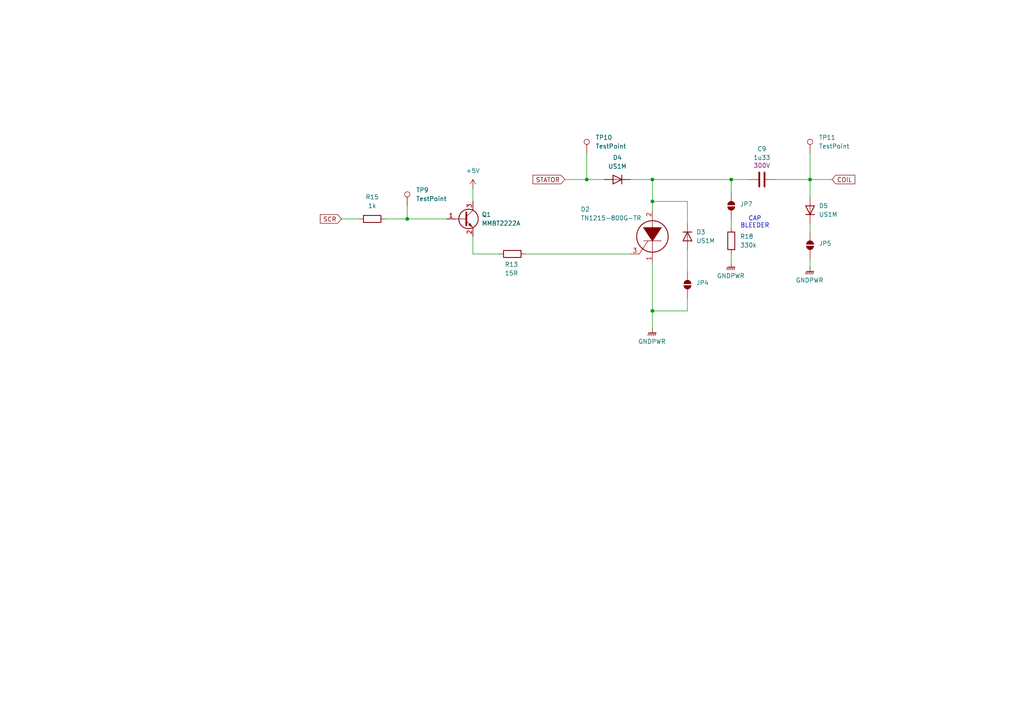
<source format=kicad_sch>
(kicad_sch (version 20250114) (generator "eeschema") (generator_version "9.0")
  (paper "A4")
  (lib_symbols
    (symbol "Connector:TestPoint" (pin_numbers (hide yes)) (pin_names (offset 0.762) (hide yes))
      (property "Reference" "TP" (at 0 6.858 0))
      (property "Value" "TestPoint" (at 0 5.08 0))
      (symbol "TestPoint_0_1"
        (circle (center 0 3.302) (radius 0.762))
      )
      (symbol "TestPoint_1_1"
        (pin passive line (at 0 0 90) (length 2.54) (name "1") (number "1"))
      )
    )
    (symbol "Device:C" (pin_numbers (hide yes)) (pin_names (offset 0.254))
      (property "Reference" "C" (at 0.635 2.54 0))
      (property "Value" "C" (at 0.635 -2.54 0))
      (symbol "C_0_1"
        (polyline (pts (xy -2.032 0.762) (xy 2.032 0.762)) (stroke (width 0.508)))
        (polyline (pts (xy -2.032 -0.762) (xy 2.032 -0.762)) (stroke (width 0.508)))
      )
      (symbol "C_1_1"
        (pin passive line (at 0 3.81 270) (length 2.794) (name "~") (number "1"))
        (pin passive line (at 0 -3.81 90) (length 2.794) (name "~") (number "2"))
      )
    )
    (symbol "Device:R" (pin_numbers (hide yes)) (pin_names (offset 0))
      (property "Reference" "R" (at 2.032 0 90))
      (property "Value" "R" (at 0 0 90))
      (symbol "R_0_1"
        (rectangle (start -1.016 -2.54) (end 1.016 2.54) (stroke (width 0.254)))
      )
      (symbol "R_1_1"
        (pin passive line (at 0 3.81 270) (length 1.27) (name "~") (number "1"))
        (pin passive line (at 0 -3.81 90) (length 1.27) (name "~") (number "2"))
      )
    )
    (symbol "Diode:US1M" (pin_numbers (hide yes)) (pin_names (hide yes))
      (property "Reference" "D" (at 0 2.54 0))
      (property "Value" "US1M" (at 0 -2.54 0))
      (symbol "US1M_0_1"
        (polyline (pts (xy -1.27 1.27) (xy -1.27 -1.27)) (stroke (width 0.254)))
        (polyline (pts (xy 1.27 1.27) (xy 1.27 -1.27) (xy -1.27 0) (xy 1.27 1.27)) (stroke (width 0.254)))
        (polyline (pts (xy 1.27 0) (xy -1.27 0)))
      )
      (symbol "US1M_1_1"
        (pin passive line (at -3.81 0 0) (length 2.54) (name "K") (number "1"))
        (pin passive line (at 3.81 0 180) (length 2.54) (name "A") (number "2"))
      )
    )
    (symbol "Jumper:SolderJumper_2_Open" (pin_numbers (hide yes)) (pin_names (offset 0) (hide yes)) (in_bom no)
      (property "Reference" "JP" (at 0 2.032 0))
      (property "Value" "SolderJumper_2_Open" (at 0 -2.54 0))
      (symbol "SolderJumper_2_Open_0_1"
        (polyline (pts (xy -0.254 1.016) (xy -0.254 -1.016)))
        (arc (start -0.254 -1.016) (mid -1.2656 0) (end -0.254 1.016))
        (arc (start -0.254 -1.016) (mid -1.2656 0) (end -0.254 1.016) (fill (type outline)))
        (arc (start 0.254 1.016) (mid 1.2656 0) (end 0.254 -1.016))
        (arc (start 0.254 1.016) (mid 1.2656 0) (end 0.254 -1.016) (fill (type outline)))
        (polyline (pts (xy 0.254 1.016) (xy 0.254 -1.016)))
      )
      (symbol "SolderJumper_2_Open_1_1"
        (pin passive line (at -3.81 0 0) (length 2.54) (name "A") (number "1"))
        (pin passive line (at 3.81 0 180) (length 2.54) (name "B") (number "2"))
      )
    )
    (symbol "SamacSys_Parts:TN1215-800G-TR" (pin_names (offset 0.762))
      (property "Reference" "D" (at 13.97 -2.54 0))
      (property "Value" "TN1215-800G-TR" (at 13.97 -5.08 0))
      (symbol "TN1215-800G-TR_0_0"
        (pin passive line (at 0 0 0) (length 2.54) (name "~") (number "2"))
        (pin passive line (at 12.7 -6.35 90) (length 2.54) (name "~") (number "3"))
        (pin passive line (at 15.24 0 180) (length 2.54) (name "~") (number "1"))
      )
      (symbol "TN1215-800G-TR_0_1"
        (polyline (pts (xy 2.54 0) (xy 5.08 0)) (stroke (width 0.1524)))
        (circle (center 7.62 0) (radius 4.572) (stroke (width 0.254)))
        (polyline (pts (xy 8.89 0) (xy 12.7 0)) (stroke (width 0.1524)))
        (polyline (pts (xy 8.89 0) (xy 5.08 2.54) (xy 5.08 -2.54) (xy 8.89 0)) (stroke (width 0.254)) (fill (type outline)))
        (polyline (pts (xy 8.89 -1.27) (xy 12.7 -3.81)) (stroke (width 0.1524)))
        (polyline (pts (xy 8.89 -2.54) (xy 8.89 2.54)) (stroke (width 0.1524)))
      )
    )
    (symbol "Transistor_BJT:MMBT2222A" (pin_names (offset 0) (hide yes))
      (property "Reference" "Q" (at 5.08 1.905 0))
      (property "Value" "MMBT2222A" (at 5.08 0 0))
      (symbol "MMBT2222A_0_1"
        (polyline (pts (xy -2.54 0) (xy 0.635 0)))
        (polyline (pts (xy 0.635 1.905) (xy 0.635 -1.905)) (stroke (width 0.508)))
        (circle (center 1.27 0) (radius 2.8194) (stroke (width 0.254)))
      )
      (symbol "MMBT2222A_1_1"
        (polyline (pts (xy 0.635 0.635) (xy 2.54 2.54)))
        (polyline (pts (xy 0.635 -0.635) (xy 2.54 -2.54)))
        (polyline (pts (xy 1.27 -1.778) (xy 1.778 -1.27) (xy 2.286 -2.286) (xy 1.27 -1.778)) (fill (type outline)))
        (pin input line (at -5.08 0 0) (length 2.54) (name "B") (number "1"))
        (pin passive line (at 2.54 5.08 270) (length 2.54) (name "C") (number "3"))
        (pin passive line (at 2.54 -5.08 90) (length 2.54) (name "E") (number "2"))
      )
    )
    (symbol "power:+5V" (power) (pin_numbers (hide yes)) (pin_names (offset 0) (hide yes))
      (property "Value" "+5V" (at 0 3.556 0))
      (symbol "+5V_0_1"
        (polyline (pts (xy -0.762 1.27) (xy 0 2.54)))
        (polyline (pts (xy 0 2.54) (xy 0.762 1.27)))
        (polyline (pts (xy 0 0) (xy 0 2.54)))
      )
      (symbol "+5V_1_1"
        (pin power_in line (at 0 0 90) (length 0) (name "~") (number "1"))
      )
    )
    (symbol "power:GNDPWR" (power) (pin_numbers (hide yes)) (pin_names (offset 0) (hide yes))
      (property "Value" "GNDPWR" (at 0 -3.302 0))
      (symbol "GNDPWR_0_1"
        (polyline (pts (xy -1.016 -1.27) (xy -1.27 -2.032) (xy -1.27 -2.032)) (stroke (width 0.2032)))
        (polyline (pts (xy -0.508 -1.27) (xy -0.762 -2.032) (xy -0.762 -2.032)) (stroke (width 0.2032)))
        (polyline (pts (xy 0 -1.27) (xy 0 0)))
        (polyline (pts (xy 0 -1.27) (xy -0.254 -2.032) (xy -0.254 -2.032)) (stroke (width 0.2032)))
        (polyline (pts (xy 0.508 -1.27) (xy 0.254 -2.032) (xy 0.254 -2.032)) (stroke (width 0.2032)))
        (polyline (pts (xy 1.016 -1.27) (xy -1.016 -1.27) (xy -1.016 -1.27)) (stroke (width 0.2032)))
        (polyline (pts (xy 1.016 -1.27) (xy 0.762 -2.032) (xy 0.762 -2.032) (xy 0.762 -2.032)) (stroke (width 0.2032)))
      )
      (symbol "GNDPWR_1_1"
        (pin power_in line (at 0 0 270) (length 0) (name "~") (number "1"))
      )
    )
  )
  (text "CAP\nBLEEDER" (at 218.948 64.516 0) (effects (font (size 1.27 1.27))))
  (junction (at 212.09 52.07))
  (junction (at 170.18 52.07))
  (junction (at 189.23 58.42))
  (junction (at 189.23 90.17))
  (junction (at 118.11 63.5))
  (junction (at 234.95 52.07))
  (junction (at 189.23 52.07))
  (wire (pts (xy 241.3 52.07) (xy 234.95 52.07)))
  (wire (pts (xy 199.39 90.17) (xy 189.23 90.17)))
  (wire (pts (xy 234.95 64.77) (xy 234.95 67.31)))
  (wire (pts (xy 199.39 72.39) (xy 199.39 78.74)))
  (wire (pts (xy 137.16 54.61) (xy 137.16 58.42)))
  (wire (pts (xy 111.76 63.5) (xy 118.11 63.5)))
  (wire (pts (xy 189.23 60.96) (xy 189.23 58.42)))
  (wire (pts (xy 152.4 73.66) (xy 182.88 73.66)))
  (wire (pts (xy 212.09 63.5) (xy 212.09 66.04)))
  (wire (pts (xy 118.11 63.5) (xy 129.54 63.5)))
  (wire (pts (xy 144.78 73.66) (xy 137.16 73.66)))
  (wire (pts (xy 137.16 68.58) (xy 137.16 73.66)))
  (wire (pts (xy 189.23 58.42) (xy 189.23 52.07)))
  (wire (pts (xy 189.23 52.07) (xy 212.09 52.07)))
  (wire (pts (xy 199.39 86.36) (xy 199.39 90.17)))
  (wire (pts (xy 118.11 59.69) (xy 118.11 63.5)))
  (wire (pts (xy 163.83 52.07) (xy 170.18 52.07)))
  (wire (pts (xy 99.06 63.5) (xy 104.14 63.5)))
  (wire (pts (xy 189.23 58.42) (xy 199.39 58.42)))
  (wire (pts (xy 234.95 44.45) (xy 234.95 52.07)))
  (wire (pts (xy 189.23 76.2) (xy 189.23 90.17)))
  (wire (pts (xy 170.18 52.07) (xy 175.26 52.07)))
  (wire (pts (xy 234.95 52.07) (xy 224.79 52.07)))
  (wire (pts (xy 234.95 74.93) (xy 234.95 77.47)))
  (wire (pts (xy 212.09 73.66) (xy 212.09 76.2)))
  (wire (pts (xy 212.09 55.88) (xy 212.09 52.07)))
  (wire (pts (xy 212.09 52.07) (xy 217.17 52.07)))
  (wire (pts (xy 234.95 57.15) (xy 234.95 52.07)))
  (wire (pts (xy 182.88 52.07) (xy 189.23 52.07)))
  (wire (pts (xy 199.39 64.77) (xy 199.39 58.42)))
  (wire (pts (xy 189.23 90.17) (xy 189.23 95.25)))
  (wire (pts (xy 170.18 44.45) (xy 170.18 52.07)))
  (global_label "COIL" (shape input) (at 241.3 52.07 0) (property "Intersheetrefs" "${INTERSHEET_REFS}" (effects (hide yes))))
  (global_label "SCR" (shape input) (at 99.06 63.5 180) (property "Intersheetrefs" "${INTERSHEET_REFS}" (effects (hide yes))))
  (global_label "STATOR" (shape input) (at 163.83 52.07 180) (property "Intersheetrefs" "${INTERSHEET_REFS}" (effects (hide yes))))
  (symbol (lib_id "Diode:US1M") (at 179.07 52.07 180) (unit 1)
    (property "Reference" "D4" (at 179.07 45.72 0))
    (property "Value" "US1M" (at 179.07 48.26 0))
    (property "Footprint" "Diode_SMD:D_SMA" (effects (hide yes)))
    (property "Datasheet" "https://www.diodes.com/assets/Datasheets/ds16008.pdf" (effects (hide yes)))
    (property "Description" "1000V, 1A, General Purpose Rectifier Diode, SMA(DO-214AC)" (effects (hide yes)))
    (property "Sim.Device" "D" (effects (hide yes)))
    (property "Sim.Pins" "1=K 2=A" (effects (hide yes)))
  )
  (symbol (lib_id "power:GNDPWR") (at 189.23 95.25 0) (unit 1)
    (property "Reference" "#PWR012" (effects (hide yes)))
    (property "Value" "GNDPWR" (at 189.103 99.06 0))
    (property "Description" "Power symbol creates a global label with name \"GNDPWR\" , global ground" (effects (hide yes)))
  )
  (symbol (lib_id "Connector:TestPoint") (at 118.11 59.69 0) (unit 1)
    (property "Reference" "TP9" (at 120.65 55.1179 0) (effects (justify left)))
    (property "Value" "TestPoint" (at 120.65 57.6579 0) (effects (justify left)))
    (property "Footprint" "Connector_PinHeader_1.00mm:PinHeader_1x01_P1.00mm_Vertical" (effects (hide yes)))
    (property "Description" "test point" (effects (hide yes)))
  )
  (symbol (lib_id "Diode:US1M") (at 234.95 60.96 90) (unit 1)
    (property "Reference" "D5" (at 237.49 59.6899 90) (effects (justify right)))
    (property "Value" "US1M" (at 237.49 62.2299 90) (effects (justify right)))
    (property "Footprint" "Diode_SMD:D_SMA" (effects (hide yes)))
    (property "Datasheet" "https://www.diodes.com/assets/Datasheets/ds16008.pdf" (effects (hide yes)))
    (property "Description" "1000V, 1A, General Purpose Rectifier Diode, SMA(DO-214AC)" (effects (hide yes)))
    (property "Sim.Device" "D" (effects (hide yes)))
    (property "Sim.Pins" "1=K 2=A" (effects (hide yes)))
  )
  (symbol (lib_id "power:+5V") (at 137.16 54.61 0) (unit 1)
    (property "Reference" "#PWR010" (effects (hide yes)))
    (property "Value" "+5V" (at 137.16 49.53 0))
    (property "Description" "Power symbol creates a global label with name \"+5V\"" (effects (hide yes)))
  )
  (symbol (lib_id "Connector:TestPoint") (at 170.18 44.45 0) (unit 1)
    (property "Reference" "TP10" (at 172.72 39.8779 0) (effects (justify left)))
    (property "Value" "TestPoint" (at 172.72 42.4179 0) (effects (justify left)))
    (property "Footprint" "Connector_PinHeader_1.00mm:PinHeader_1x01_P1.00mm_Vertical" (effects (hide yes)))
    (property "Description" "test point" (effects (hide yes)))
  )
  (symbol (lib_id "Device:R") (at 107.95 63.5 90) (unit 1)
    (property "Reference" "R15" (at 107.95 57.15 90))
    (property "Value" "1k" (at 107.95 59.69 90))
    (property "Footprint" "Resistor_SMD:R_0201_0603Metric" (effects (hide yes)))
    (property "Description" "Resistor" (effects (hide yes)))
  )
  (symbol (lib_id "Diode:US1M") (at 199.39 68.58 270) (unit 1)
    (property "Reference" "D3" (at 201.93 67.3099 90) (effects (justify left)))
    (property "Value" "US1M" (at 201.93 69.8499 90) (effects (justify left)))
    (property "Footprint" "Diode_SMD:D_SMA" (effects (hide yes)))
    (property "Datasheet" "https://www.diodes.com/assets/Datasheets/ds16008.pdf" (effects (hide yes)))
    (property "Description" "1000V, 1A, General Purpose Rectifier Diode, SMA(DO-214AC)" (effects (hide yes)))
    (property "Sim.Device" "D" (effects (hide yes)))
    (property "Sim.Pins" "1=K 2=A" (effects (hide yes)))
  )
  (symbol (lib_id "Jumper:SolderJumper_2_Open") (at 199.39 82.55 90) (unit 1) (in_bom no)
    (property "Reference" "JP4" (at 201.93 82.042 90) (effects (justify right)))
    (property "Value" "SolderJumper_2_Open" (effects (hide yes)))
    (property "Footprint" "Jumper:SolderJumper-2_P1.3mm_Open_RoundedPad1.0x1.5mm" (effects (hide yes)))
    (property "Description" "Solder Jumper, 2-pole, open" (effects (hide yes)))
  )
  (symbol (lib_id "Device:C") (at 220.98 52.07 90) (unit 1)
    (property "Reference" "C9" (at 220.98 43.18 90))
    (property "Value" "1u33" (at 220.98 45.72 90))
    (property "Footprint" "Capacitor_THT:C_Axial_L12.0mm_D7.5mm_P20.00mm_Horizontal" (effects (hide yes)))
    (property "Description" "300V" (at 220.98 48.006 90))
  )
  (symbol (lib_id "Device:R") (at 212.09 69.85 180) (unit 1)
    (property "Reference" "R18" (at 214.63 68.5799 0) (effects (justify right)))
    (property "Value" "330k" (at 214.63 71.1199 0) (effects (justify right)))
    (property "Footprint" "Resistor_SMD:R_0201_0603Metric" (effects (hide yes)))
    (property "Description" "Resistor" (effects (hide yes)))
  )
  (symbol (lib_id "Jumper:SolderJumper_2_Open") (at 212.09 59.69 90) (unit 1) (in_bom no)
    (property "Reference" "JP7" (at 214.63 59.182 90) (effects (justify right)))
    (property "Value" "SolderJumper_2_Open" (effects (hide yes)))
    (property "Footprint" "Jumper:SolderJumper-2_P1.3mm_Open_RoundedPad1.0x1.5mm" (effects (hide yes)))
    (property "Description" "Solder Jumper, 2-pole, open" (effects (hide yes)))
  )
  (symbol (lib_id "Connector:TestPoint") (at 234.95 44.45 0) (unit 1)
    (property "Reference" "TP11" (at 237.49 39.8779 0) (effects (justify left)))
    (property "Value" "TestPoint" (at 237.49 42.4179 0) (effects (justify left)))
    (property "Footprint" "Connector_PinHeader_1.00mm:PinHeader_1x01_P1.00mm_Vertical" (effects (hide yes)))
    (property "Description" "test point" (effects (hide yes)))
  )
  (symbol (lib_id "Device:R") (at 148.59 73.66 90) (unit 1)
    (property "Reference" "R13" (at 148.336 76.708 90))
    (property "Value" "15R" (at 148.336 79.248 90))
    (property "Footprint" "Resistor_THT:R_Axial_DIN0204_L3.6mm_D1.6mm_P1.90mm_Vertical" (effects (hide yes)))
    (property "Description" "Resistor" (effects (hide yes)))
  )
  (symbol (lib_id "Transistor_BJT:MMBT2222A") (at 134.62 63.5 0) (unit 1)
    (property "Reference" "Q1" (at 139.7 62.2299 0) (effects (justify left)))
    (property "Value" "MMBT2222A" (at 139.7 64.7699 0) (effects (justify left)))
    (property "Footprint" "Package_TO_SOT_SMD:SOT-23" (effects (hide yes)))
    (property "Datasheet" "https://assets.nexperia.com/documents/data-sheet/MMBT2222A.pdf" (effects (hide yes)))
    (property "Description" "600mA Ic, 40V Vce, NPN Transistor, SOT-23" (effects (hide yes)))
  )
  (symbol (lib_id "SamacSys_Parts:TN1215-800G-TR") (at 189.23 60.96 270) (unit 1)
    (property "Reference" "D2" (at 168.402 60.706 90) (effects (justify left)))
    (property "Value" "TN1215-800G-TR" (at 168.402 63.246 90) (effects (justify left)))
    (property "Footprint" "SamacSys_Parts:TN1215800GTR" (effects (hide yes)))
    (property "Datasheet" "https://www.st.com/resource/en/datasheet/tyn1012.pdf" (effects (hide yes)))
    (property "Description" "12A standard SCRs" (effects (hide yes)))
    (property "Description_1" "12A standard SCRs" (effects (hide yes)))
    (property "Height" "4.83" (effects (hide yes)))
    (property "Manufacturer_Name" "STMicroelectronics" (effects (hide yes)))
    (property "Manufacturer_Part_Number" "TN1215-800G-TR" (effects (hide yes)))
    (property "Mouser Part Number" "511-TN1215-800G-TR" (effects (hide yes)))
    (property "Mouser Price/Stock" "https://www.mouser.co.uk/ProductDetail/STMicroelectronics/TN1215-800G-TR?qs=wzLlR2ZSnfOWcDyT875ztQ%3D%3D" (effects (hide yes)))
    (property "Arrow Part Number" "TN1215-800G-TR" (effects (hide yes)))
    (property "Arrow Price/Stock" "https://www.arrow.com/en/products/tn1215-800g-tr/stmicroelectronics?utm_currency=USD&region=nac" (effects (hide yes)))
  )
  (symbol (lib_id "Jumper:SolderJumper_2_Open") (at 234.95 71.12 90) (unit 1) (in_bom no)
    (property "Reference" "JP5" (at 237.49 70.612 90) (effects (justify right)))
    (property "Value" "SolderJumper_2_Open" (effects (hide yes)))
    (property "Footprint" "Jumper:SolderJumper-2_P1.3mm_Open_RoundedPad1.0x1.5mm" (effects (hide yes)))
    (property "Description" "Solder Jumper, 2-pole, open" (effects (hide yes)))
  )
  (symbol (lib_id "power:GNDPWR") (at 212.09 76.2 0) (unit 1)
    (property "Reference" "#PWR014" (effects (hide yes)))
    (property "Value" "GNDPWR" (at 211.963 80.01 0))
    (property "Description" "Power symbol creates a global label with name \"GNDPWR\" , global ground" (effects (hide yes)))
  )
  (symbol (lib_id "power:GNDPWR") (at 234.95 77.47 0) (unit 1)
    (property "Reference" "#PWR013" (effects (hide yes)))
    (property "Value" "GNDPWR" (at 234.823 81.28 0))
    (property "Description" "Power symbol creates a global label with name \"GNDPWR\" , global ground" (effects (hide yes)))
  )
)
</source>
